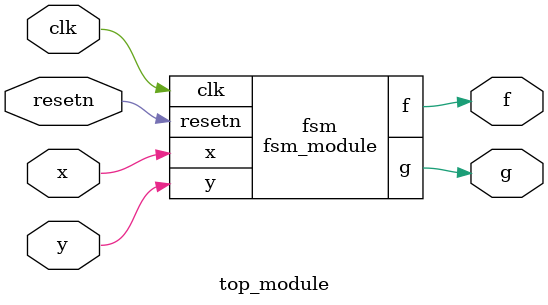
<source format=sv>
module fsm_module (
  input clk,
  input resetn,
  input x,
  input y,
  output reg f,
  output reg g
);

  reg [3:0] state, state_next;

  // Define the states
  parameter A = 0,
            B = 1,
            S0 = 2,
            S1 = 3,
            S10 = 4,
            G1 = 5,
            G2 = 6,
            P0 = 7,
            P1 = 8;

  always @(posedge clk or negedge resetn) begin
    if (!resetn) begin
      state <= A;
      f <= 0;
      g <= 0;
    end else begin
      state <= state_next;
      f <= (state == B);
      g <= (state == G1 || state == G2 || state == P1);
    end
  end
  
  always @(state, x) begin
    case (state)
      A: begin
        if (x) begin
          state_next = B;
        end else begin
          state_next = A;
        end
      end
      B: begin
        state_next = S0;
      end
      S0: begin
        if (x) begin
          state_next = S1;
        end else begin
          state_next = S0;
        end
      end
      S1: begin
        if (x) begin
          state_next = S1;
        end else begin
          state_next = S10;
        end
      end
      S10: begin
        if (x) begin
          state_next = G1;
        end else begin
          state_next = S0;
        end
      end
      G1: begin
        if (y) begin
          state_next = P1;
        end else begin
          state_next = G2;
        end
      end
      G2: begin
        if (y) begin
          state_next = P1;
        end else begin
          state_next = P0;
        end
      end
      P0: begin
        state_next = P0;
      end
      P1: begin
        state_next = P1;
      end
      default: begin
        state_next = A;
      end
    endcase
  end

endmodule
module top_module (
  input clk,
  input resetn,
  input x,
  input y,
  output f,
  output g
);
  wire f;
  wire g;
  
  fsm_module fsm (
    .clk(clk),
    .resetn(resetn),
    .x(x),
    .y(y),
    .f(f),
    .g(g)
  );
  
  assign f = f;
  assign g = g;
endmodule

</source>
